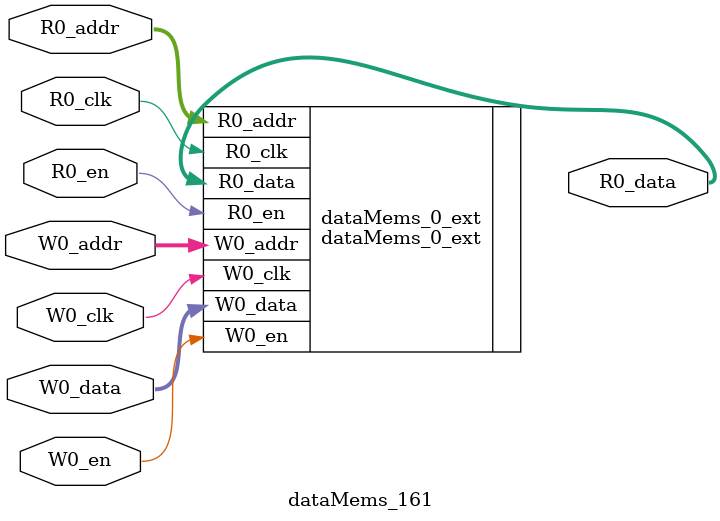
<source format=sv>
`ifndef RANDOMIZE
  `ifdef RANDOMIZE_REG_INIT
    `define RANDOMIZE
  `endif // RANDOMIZE_REG_INIT
`endif // not def RANDOMIZE
`ifndef RANDOMIZE
  `ifdef RANDOMIZE_MEM_INIT
    `define RANDOMIZE
  `endif // RANDOMIZE_MEM_INIT
`endif // not def RANDOMIZE

`ifndef RANDOM
  `define RANDOM $random
`endif // not def RANDOM

// Users can define 'PRINTF_COND' to add an extra gate to prints.
`ifndef PRINTF_COND_
  `ifdef PRINTF_COND
    `define PRINTF_COND_ (`PRINTF_COND)
  `else  // PRINTF_COND
    `define PRINTF_COND_ 1
  `endif // PRINTF_COND
`endif // not def PRINTF_COND_

// Users can define 'ASSERT_VERBOSE_COND' to add an extra gate to assert error printing.
`ifndef ASSERT_VERBOSE_COND_
  `ifdef ASSERT_VERBOSE_COND
    `define ASSERT_VERBOSE_COND_ (`ASSERT_VERBOSE_COND)
  `else  // ASSERT_VERBOSE_COND
    `define ASSERT_VERBOSE_COND_ 1
  `endif // ASSERT_VERBOSE_COND
`endif // not def ASSERT_VERBOSE_COND_

// Users can define 'STOP_COND' to add an extra gate to stop conditions.
`ifndef STOP_COND_
  `ifdef STOP_COND
    `define STOP_COND_ (`STOP_COND)
  `else  // STOP_COND
    `define STOP_COND_ 1
  `endif // STOP_COND
`endif // not def STOP_COND_

// Users can define INIT_RANDOM as general code that gets injected into the
// initializer block for modules with registers.
`ifndef INIT_RANDOM
  `define INIT_RANDOM
`endif // not def INIT_RANDOM

// If using random initialization, you can also define RANDOMIZE_DELAY to
// customize the delay used, otherwise 0.002 is used.
`ifndef RANDOMIZE_DELAY
  `define RANDOMIZE_DELAY 0.002
`endif // not def RANDOMIZE_DELAY

// Define INIT_RANDOM_PROLOG_ for use in our modules below.
`ifndef INIT_RANDOM_PROLOG_
  `ifdef RANDOMIZE
    `ifdef VERILATOR
      `define INIT_RANDOM_PROLOG_ `INIT_RANDOM
    `else  // VERILATOR
      `define INIT_RANDOM_PROLOG_ `INIT_RANDOM #`RANDOMIZE_DELAY begin end
    `endif // VERILATOR
  `else  // RANDOMIZE
    `define INIT_RANDOM_PROLOG_
  `endif // RANDOMIZE
`endif // not def INIT_RANDOM_PROLOG_

// Include register initializers in init blocks unless synthesis is set
`ifndef SYNTHESIS
  `ifndef ENABLE_INITIAL_REG_
    `define ENABLE_INITIAL_REG_
  `endif // not def ENABLE_INITIAL_REG_
`endif // not def SYNTHESIS

// Include rmemory initializers in init blocks unless synthesis is set
`ifndef SYNTHESIS
  `ifndef ENABLE_INITIAL_MEM_
    `define ENABLE_INITIAL_MEM_
  `endif // not def ENABLE_INITIAL_MEM_
`endif // not def SYNTHESIS

module dataMems_161(	// @[generators/ara/src/main/scala/UnsafeAXI4ToTL.scala:365:62]
  input  [4:0]  R0_addr,
  input         R0_en,
  input         R0_clk,
  output [66:0] R0_data,
  input  [4:0]  W0_addr,
  input         W0_en,
  input         W0_clk,
  input  [66:0] W0_data
);

  dataMems_0_ext dataMems_0_ext (	// @[generators/ara/src/main/scala/UnsafeAXI4ToTL.scala:365:62]
    .R0_addr (R0_addr),
    .R0_en   (R0_en),
    .R0_clk  (R0_clk),
    .R0_data (R0_data),
    .W0_addr (W0_addr),
    .W0_en   (W0_en),
    .W0_clk  (W0_clk),
    .W0_data (W0_data)
  );
endmodule


</source>
